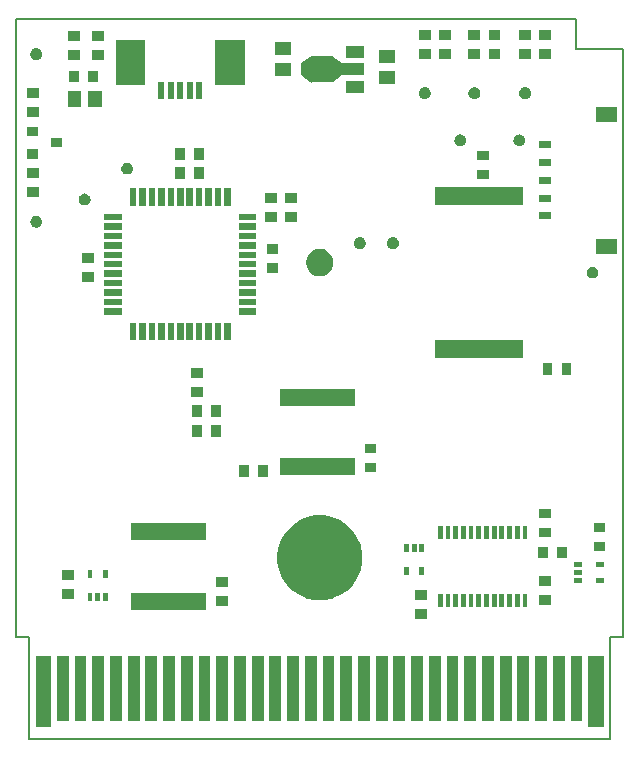
<source format=gbr>
G04 #@! TF.GenerationSoftware,KiCad,Pcbnew,5.0.2-bee76a0~70~ubuntu18.10.1*
G04 #@! TF.CreationDate,2019-01-06T00:11:33+02:00*
G04 #@! TF.ProjectId,GB-LIVE32,47422d4c-4956-4453-9332-2e6b69636164,v2.0*
G04 #@! TF.SameCoordinates,Original*
G04 #@! TF.FileFunction,Soldermask,Top*
G04 #@! TF.FilePolarity,Negative*
%FSLAX46Y46*%
G04 Gerber Fmt 4.6, Leading zero omitted, Abs format (unit mm)*
G04 Created by KiCad (PCBNEW 5.0.2-bee76a0~70~ubuntu18.10.1) date su  6. tammikuuta 2019 00.11.33*
%MOMM*%
%LPD*%
G01*
G04 APERTURE LIST*
%ADD10C,0.150000*%
%ADD11C,0.100000*%
G04 APERTURE END LIST*
D10*
X121700000Y-41600000D02*
X125700000Y-41600000D01*
X121700000Y-39000000D02*
X121700000Y-41600000D01*
X125700000Y-41600000D02*
X125700000Y-91400000D01*
X74300000Y-39000000D02*
X121700000Y-39000000D01*
X74300000Y-91400000D02*
X74300000Y-39000000D01*
X124600000Y-91400000D02*
X125700000Y-91400000D01*
X75400000Y-91400000D02*
X74300000Y-91400000D01*
X124600000Y-91400000D02*
X124600000Y-100000000D01*
X75400000Y-100000000D02*
X124600000Y-100000000D01*
X75400000Y-91400000D02*
X75400000Y-100000000D01*
D11*
G36*
X124050000Y-99000000D02*
X122750000Y-99000000D01*
X122750000Y-93000000D01*
X124050000Y-93000000D01*
X124050000Y-99000000D01*
X124050000Y-99000000D01*
G37*
G36*
X77250000Y-99000000D02*
X75950000Y-99000000D01*
X75950000Y-93000000D01*
X77250000Y-93000000D01*
X77250000Y-99000000D01*
X77250000Y-99000000D01*
G37*
G36*
X78750000Y-98500000D02*
X77750000Y-98500000D01*
X77750000Y-93000000D01*
X78750000Y-93000000D01*
X78750000Y-98500000D01*
X78750000Y-98500000D01*
G37*
G36*
X122250000Y-98500000D02*
X121250000Y-98500000D01*
X121250000Y-93000000D01*
X122250000Y-93000000D01*
X122250000Y-98500000D01*
X122250000Y-98500000D01*
G37*
G36*
X120750000Y-98500000D02*
X119750000Y-98500000D01*
X119750000Y-93000000D01*
X120750000Y-93000000D01*
X120750000Y-98500000D01*
X120750000Y-98500000D01*
G37*
G36*
X119250000Y-98500000D02*
X118250000Y-98500000D01*
X118250000Y-93000000D01*
X119250000Y-93000000D01*
X119250000Y-98500000D01*
X119250000Y-98500000D01*
G37*
G36*
X117750000Y-98500000D02*
X116750000Y-98500000D01*
X116750000Y-93000000D01*
X117750000Y-93000000D01*
X117750000Y-98500000D01*
X117750000Y-98500000D01*
G37*
G36*
X116250000Y-98500000D02*
X115250000Y-98500000D01*
X115250000Y-93000000D01*
X116250000Y-93000000D01*
X116250000Y-98500000D01*
X116250000Y-98500000D01*
G37*
G36*
X114750000Y-98500000D02*
X113750000Y-98500000D01*
X113750000Y-93000000D01*
X114750000Y-93000000D01*
X114750000Y-98500000D01*
X114750000Y-98500000D01*
G37*
G36*
X113250000Y-98500000D02*
X112250000Y-98500000D01*
X112250000Y-93000000D01*
X113250000Y-93000000D01*
X113250000Y-98500000D01*
X113250000Y-98500000D01*
G37*
G36*
X111750000Y-98500000D02*
X110750000Y-98500000D01*
X110750000Y-93000000D01*
X111750000Y-93000000D01*
X111750000Y-98500000D01*
X111750000Y-98500000D01*
G37*
G36*
X110250000Y-98500000D02*
X109250000Y-98500000D01*
X109250000Y-93000000D01*
X110250000Y-93000000D01*
X110250000Y-98500000D01*
X110250000Y-98500000D01*
G37*
G36*
X108750000Y-98500000D02*
X107750000Y-98500000D01*
X107750000Y-93000000D01*
X108750000Y-93000000D01*
X108750000Y-98500000D01*
X108750000Y-98500000D01*
G37*
G36*
X107250000Y-98500000D02*
X106250000Y-98500000D01*
X106250000Y-93000000D01*
X107250000Y-93000000D01*
X107250000Y-98500000D01*
X107250000Y-98500000D01*
G37*
G36*
X105750000Y-98500000D02*
X104750000Y-98500000D01*
X104750000Y-93000000D01*
X105750000Y-93000000D01*
X105750000Y-98500000D01*
X105750000Y-98500000D01*
G37*
G36*
X104250000Y-98500000D02*
X103250000Y-98500000D01*
X103250000Y-93000000D01*
X104250000Y-93000000D01*
X104250000Y-98500000D01*
X104250000Y-98500000D01*
G37*
G36*
X102750000Y-98500000D02*
X101750000Y-98500000D01*
X101750000Y-93000000D01*
X102750000Y-93000000D01*
X102750000Y-98500000D01*
X102750000Y-98500000D01*
G37*
G36*
X87750000Y-98500000D02*
X86750000Y-98500000D01*
X86750000Y-93000000D01*
X87750000Y-93000000D01*
X87750000Y-98500000D01*
X87750000Y-98500000D01*
G37*
G36*
X101250000Y-98500000D02*
X100250000Y-98500000D01*
X100250000Y-93000000D01*
X101250000Y-93000000D01*
X101250000Y-98500000D01*
X101250000Y-98500000D01*
G37*
G36*
X99750000Y-98500000D02*
X98750000Y-98500000D01*
X98750000Y-93000000D01*
X99750000Y-93000000D01*
X99750000Y-98500000D01*
X99750000Y-98500000D01*
G37*
G36*
X98250000Y-98500000D02*
X97250000Y-98500000D01*
X97250000Y-93000000D01*
X98250000Y-93000000D01*
X98250000Y-98500000D01*
X98250000Y-98500000D01*
G37*
G36*
X96750000Y-98500000D02*
X95750000Y-98500000D01*
X95750000Y-93000000D01*
X96750000Y-93000000D01*
X96750000Y-98500000D01*
X96750000Y-98500000D01*
G37*
G36*
X95250000Y-98500000D02*
X94250000Y-98500000D01*
X94250000Y-93000000D01*
X95250000Y-93000000D01*
X95250000Y-98500000D01*
X95250000Y-98500000D01*
G37*
G36*
X93750000Y-98500000D02*
X92750000Y-98500000D01*
X92750000Y-93000000D01*
X93750000Y-93000000D01*
X93750000Y-98500000D01*
X93750000Y-98500000D01*
G37*
G36*
X92250000Y-98500000D02*
X91250000Y-98500000D01*
X91250000Y-93000000D01*
X92250000Y-93000000D01*
X92250000Y-98500000D01*
X92250000Y-98500000D01*
G37*
G36*
X90750000Y-98500000D02*
X89750000Y-98500000D01*
X89750000Y-93000000D01*
X90750000Y-93000000D01*
X90750000Y-98500000D01*
X90750000Y-98500000D01*
G37*
G36*
X89250000Y-98500000D02*
X88250000Y-98500000D01*
X88250000Y-93000000D01*
X89250000Y-93000000D01*
X89250000Y-98500000D01*
X89250000Y-98500000D01*
G37*
G36*
X86250000Y-98500000D02*
X85250000Y-98500000D01*
X85250000Y-93000000D01*
X86250000Y-93000000D01*
X86250000Y-98500000D01*
X86250000Y-98500000D01*
G37*
G36*
X84750000Y-98500000D02*
X83750000Y-98500000D01*
X83750000Y-93000000D01*
X84750000Y-93000000D01*
X84750000Y-98500000D01*
X84750000Y-98500000D01*
G37*
G36*
X83250000Y-98500000D02*
X82250000Y-98500000D01*
X82250000Y-93000000D01*
X83250000Y-93000000D01*
X83250000Y-98500000D01*
X83250000Y-98500000D01*
G37*
G36*
X81750000Y-98500000D02*
X80750000Y-98500000D01*
X80750000Y-93000000D01*
X81750000Y-93000000D01*
X81750000Y-98500000D01*
X81750000Y-98500000D01*
G37*
G36*
X80250000Y-98500000D02*
X79250000Y-98500000D01*
X79250000Y-93000000D01*
X80250000Y-93000000D01*
X80250000Y-98500000D01*
X80250000Y-98500000D01*
G37*
G36*
X109100000Y-89810000D02*
X108100000Y-89810000D01*
X108100000Y-88990000D01*
X109100000Y-88990000D01*
X109100000Y-89810000D01*
X109100000Y-89810000D01*
G37*
G36*
X90350000Y-89075000D02*
X84050000Y-89075000D01*
X84050000Y-87625000D01*
X90350000Y-87625000D01*
X90350000Y-89075000D01*
X90350000Y-89075000D01*
G37*
G36*
X110425000Y-88800000D02*
X110025000Y-88800000D01*
X110025000Y-87700000D01*
X110425000Y-87700000D01*
X110425000Y-88800000D01*
X110425000Y-88800000D01*
G37*
G36*
X111075000Y-88800000D02*
X110675000Y-88800000D01*
X110675000Y-87700000D01*
X111075000Y-87700000D01*
X111075000Y-88800000D01*
X111075000Y-88800000D01*
G37*
G36*
X116925000Y-88800000D02*
X116525000Y-88800000D01*
X116525000Y-87700000D01*
X116925000Y-87700000D01*
X116925000Y-88800000D01*
X116925000Y-88800000D01*
G37*
G36*
X111725000Y-88800000D02*
X111325000Y-88800000D01*
X111325000Y-87700000D01*
X111725000Y-87700000D01*
X111725000Y-88800000D01*
X111725000Y-88800000D01*
G37*
G36*
X112375000Y-88800000D02*
X111975000Y-88800000D01*
X111975000Y-87700000D01*
X112375000Y-87700000D01*
X112375000Y-88800000D01*
X112375000Y-88800000D01*
G37*
G36*
X113025000Y-88800000D02*
X112625000Y-88800000D01*
X112625000Y-87700000D01*
X113025000Y-87700000D01*
X113025000Y-88800000D01*
X113025000Y-88800000D01*
G37*
G36*
X113675000Y-88800000D02*
X113275000Y-88800000D01*
X113275000Y-87700000D01*
X113675000Y-87700000D01*
X113675000Y-88800000D01*
X113675000Y-88800000D01*
G37*
G36*
X114325000Y-88800000D02*
X113925000Y-88800000D01*
X113925000Y-87700000D01*
X114325000Y-87700000D01*
X114325000Y-88800000D01*
X114325000Y-88800000D01*
G37*
G36*
X114975000Y-88800000D02*
X114575000Y-88800000D01*
X114575000Y-87700000D01*
X114975000Y-87700000D01*
X114975000Y-88800000D01*
X114975000Y-88800000D01*
G37*
G36*
X117575000Y-88800000D02*
X117175000Y-88800000D01*
X117175000Y-87700000D01*
X117575000Y-87700000D01*
X117575000Y-88800000D01*
X117575000Y-88800000D01*
G37*
G36*
X116275000Y-88800000D02*
X115875000Y-88800000D01*
X115875000Y-87700000D01*
X116275000Y-87700000D01*
X116275000Y-88800000D01*
X116275000Y-88800000D01*
G37*
G36*
X115625000Y-88800000D02*
X115225000Y-88800000D01*
X115225000Y-87700000D01*
X115625000Y-87700000D01*
X115625000Y-88800000D01*
X115625000Y-88800000D01*
G37*
G36*
X92200000Y-88710000D02*
X91200000Y-88710000D01*
X91200000Y-87890000D01*
X92200000Y-87890000D01*
X92200000Y-88710000D01*
X92200000Y-88710000D01*
G37*
G36*
X119600000Y-88610000D02*
X118600000Y-88610000D01*
X118600000Y-87790000D01*
X119600000Y-87790000D01*
X119600000Y-88610000D01*
X119600000Y-88610000D01*
G37*
G36*
X82050000Y-88275000D02*
X81650000Y-88275000D01*
X81650000Y-87625000D01*
X82050000Y-87625000D01*
X82050000Y-88275000D01*
X82050000Y-88275000D01*
G37*
G36*
X81400000Y-88275000D02*
X81000000Y-88275000D01*
X81000000Y-87625000D01*
X81400000Y-87625000D01*
X81400000Y-88275000D01*
X81400000Y-88275000D01*
G37*
G36*
X80750000Y-88275000D02*
X80350000Y-88275000D01*
X80350000Y-87625000D01*
X80750000Y-87625000D01*
X80750000Y-88275000D01*
X80750000Y-88275000D01*
G37*
G36*
X101050081Y-81188346D02*
X101050083Y-81188347D01*
X101050084Y-81188347D01*
X101292095Y-81288591D01*
X101705240Y-81459721D01*
X102294866Y-81853697D01*
X102796303Y-82355134D01*
X103190279Y-82944760D01*
X103461654Y-83599919D01*
X103600000Y-84295431D01*
X103600000Y-85004569D01*
X103461654Y-85700081D01*
X103190279Y-86355240D01*
X102796303Y-86944866D01*
X102294866Y-87446303D01*
X101705240Y-87840279D01*
X101292095Y-88011409D01*
X101050084Y-88111653D01*
X101050083Y-88111653D01*
X101050081Y-88111654D01*
X100354569Y-88250000D01*
X99645431Y-88250000D01*
X98949919Y-88111654D01*
X98949917Y-88111653D01*
X98949916Y-88111653D01*
X98707905Y-88011409D01*
X98294760Y-87840279D01*
X97705134Y-87446303D01*
X97203697Y-86944866D01*
X96809721Y-86355240D01*
X96538346Y-85700081D01*
X96400000Y-85004569D01*
X96400000Y-84295431D01*
X96538346Y-83599919D01*
X96809721Y-82944760D01*
X97203697Y-82355134D01*
X97705134Y-81853697D01*
X98294760Y-81459721D01*
X98707905Y-81288591D01*
X98949916Y-81188347D01*
X98949917Y-81188347D01*
X98949919Y-81188346D01*
X99645431Y-81050000D01*
X100354569Y-81050000D01*
X101050081Y-81188346D01*
X101050081Y-81188346D01*
G37*
G36*
X109100000Y-88210000D02*
X108100000Y-88210000D01*
X108100000Y-87390000D01*
X109100000Y-87390000D01*
X109100000Y-88210000D01*
X109100000Y-88210000D01*
G37*
G36*
X79200000Y-88110000D02*
X78200000Y-88110000D01*
X78200000Y-87290000D01*
X79200000Y-87290000D01*
X79200000Y-88110000D01*
X79200000Y-88110000D01*
G37*
G36*
X92200000Y-87110000D02*
X91200000Y-87110000D01*
X91200000Y-86290000D01*
X92200000Y-86290000D01*
X92200000Y-87110000D01*
X92200000Y-87110000D01*
G37*
G36*
X119600000Y-87010000D02*
X118600000Y-87010000D01*
X118600000Y-86190000D01*
X119600000Y-86190000D01*
X119600000Y-87010000D01*
X119600000Y-87010000D01*
G37*
G36*
X124075000Y-86750000D02*
X123425000Y-86750000D01*
X123425000Y-86350000D01*
X124075000Y-86350000D01*
X124075000Y-86750000D01*
X124075000Y-86750000D01*
G37*
G36*
X122175000Y-86750000D02*
X121525000Y-86750000D01*
X121525000Y-86350000D01*
X122175000Y-86350000D01*
X122175000Y-86750000D01*
X122175000Y-86750000D01*
G37*
G36*
X79200000Y-86510000D02*
X78200000Y-86510000D01*
X78200000Y-85690000D01*
X79200000Y-85690000D01*
X79200000Y-86510000D01*
X79200000Y-86510000D01*
G37*
G36*
X80750000Y-86375000D02*
X80350000Y-86375000D01*
X80350000Y-85725000D01*
X80750000Y-85725000D01*
X80750000Y-86375000D01*
X80750000Y-86375000D01*
G37*
G36*
X82050000Y-86375000D02*
X81650000Y-86375000D01*
X81650000Y-85725000D01*
X82050000Y-85725000D01*
X82050000Y-86375000D01*
X82050000Y-86375000D01*
G37*
G36*
X122175000Y-86100000D02*
X121525000Y-86100000D01*
X121525000Y-85700000D01*
X122175000Y-85700000D01*
X122175000Y-86100000D01*
X122175000Y-86100000D01*
G37*
G36*
X108850000Y-86075000D02*
X108450000Y-86075000D01*
X108450000Y-85425000D01*
X108850000Y-85425000D01*
X108850000Y-86075000D01*
X108850000Y-86075000D01*
G37*
G36*
X107550000Y-86075000D02*
X107150000Y-86075000D01*
X107150000Y-85425000D01*
X107550000Y-85425000D01*
X107550000Y-86075000D01*
X107550000Y-86075000D01*
G37*
G36*
X122175000Y-85450000D02*
X121525000Y-85450000D01*
X121525000Y-85050000D01*
X122175000Y-85050000D01*
X122175000Y-85450000D01*
X122175000Y-85450000D01*
G37*
G36*
X124075000Y-85450000D02*
X123425000Y-85450000D01*
X123425000Y-85050000D01*
X124075000Y-85050000D01*
X124075000Y-85450000D01*
X124075000Y-85450000D01*
G37*
G36*
X119310000Y-84700000D02*
X118490000Y-84700000D01*
X118490000Y-83700000D01*
X119310000Y-83700000D01*
X119310000Y-84700000D01*
X119310000Y-84700000D01*
G37*
G36*
X120910000Y-84700000D02*
X120090000Y-84700000D01*
X120090000Y-83700000D01*
X120910000Y-83700000D01*
X120910000Y-84700000D01*
X120910000Y-84700000D01*
G37*
G36*
X108850000Y-84175000D02*
X108450000Y-84175000D01*
X108450000Y-83525000D01*
X108850000Y-83525000D01*
X108850000Y-84175000D01*
X108850000Y-84175000D01*
G37*
G36*
X107550000Y-84175000D02*
X107150000Y-84175000D01*
X107150000Y-83525000D01*
X107550000Y-83525000D01*
X107550000Y-84175000D01*
X107550000Y-84175000D01*
G37*
G36*
X108200000Y-84175000D02*
X107800000Y-84175000D01*
X107800000Y-83525000D01*
X108200000Y-83525000D01*
X108200000Y-84175000D01*
X108200000Y-84175000D01*
G37*
G36*
X124200000Y-84110000D02*
X123200000Y-84110000D01*
X123200000Y-83290000D01*
X124200000Y-83290000D01*
X124200000Y-84110000D01*
X124200000Y-84110000D01*
G37*
G36*
X90350000Y-83175000D02*
X84050000Y-83175000D01*
X84050000Y-81725000D01*
X90350000Y-81725000D01*
X90350000Y-83175000D01*
X90350000Y-83175000D01*
G37*
G36*
X115625000Y-83100000D02*
X115225000Y-83100000D01*
X115225000Y-82000000D01*
X115625000Y-82000000D01*
X115625000Y-83100000D01*
X115625000Y-83100000D01*
G37*
G36*
X117575000Y-83100000D02*
X117175000Y-83100000D01*
X117175000Y-82000000D01*
X117575000Y-82000000D01*
X117575000Y-83100000D01*
X117575000Y-83100000D01*
G37*
G36*
X116925000Y-83100000D02*
X116525000Y-83100000D01*
X116525000Y-82000000D01*
X116925000Y-82000000D01*
X116925000Y-83100000D01*
X116925000Y-83100000D01*
G37*
G36*
X116275000Y-83100000D02*
X115875000Y-83100000D01*
X115875000Y-82000000D01*
X116275000Y-82000000D01*
X116275000Y-83100000D01*
X116275000Y-83100000D01*
G37*
G36*
X113675000Y-83100000D02*
X113275000Y-83100000D01*
X113275000Y-82000000D01*
X113675000Y-82000000D01*
X113675000Y-83100000D01*
X113675000Y-83100000D01*
G37*
G36*
X113025000Y-83100000D02*
X112625000Y-83100000D01*
X112625000Y-82000000D01*
X113025000Y-82000000D01*
X113025000Y-83100000D01*
X113025000Y-83100000D01*
G37*
G36*
X111725000Y-83100000D02*
X111325000Y-83100000D01*
X111325000Y-82000000D01*
X111725000Y-82000000D01*
X111725000Y-83100000D01*
X111725000Y-83100000D01*
G37*
G36*
X111075000Y-83100000D02*
X110675000Y-83100000D01*
X110675000Y-82000000D01*
X111075000Y-82000000D01*
X111075000Y-83100000D01*
X111075000Y-83100000D01*
G37*
G36*
X110425000Y-83100000D02*
X110025000Y-83100000D01*
X110025000Y-82000000D01*
X110425000Y-82000000D01*
X110425000Y-83100000D01*
X110425000Y-83100000D01*
G37*
G36*
X114325000Y-83100000D02*
X113925000Y-83100000D01*
X113925000Y-82000000D01*
X114325000Y-82000000D01*
X114325000Y-83100000D01*
X114325000Y-83100000D01*
G37*
G36*
X114975000Y-83100000D02*
X114575000Y-83100000D01*
X114575000Y-82000000D01*
X114975000Y-82000000D01*
X114975000Y-83100000D01*
X114975000Y-83100000D01*
G37*
G36*
X112375000Y-83100000D02*
X111975000Y-83100000D01*
X111975000Y-82000000D01*
X112375000Y-82000000D01*
X112375000Y-83100000D01*
X112375000Y-83100000D01*
G37*
G36*
X119600000Y-82910000D02*
X118600000Y-82910000D01*
X118600000Y-82090000D01*
X119600000Y-82090000D01*
X119600000Y-82910000D01*
X119600000Y-82910000D01*
G37*
G36*
X124200000Y-82510000D02*
X123200000Y-82510000D01*
X123200000Y-81690000D01*
X124200000Y-81690000D01*
X124200000Y-82510000D01*
X124200000Y-82510000D01*
G37*
G36*
X119600000Y-81310000D02*
X118600000Y-81310000D01*
X118600000Y-80490000D01*
X119600000Y-80490000D01*
X119600000Y-81310000D01*
X119600000Y-81310000D01*
G37*
G36*
X95610000Y-77800000D02*
X94790000Y-77800000D01*
X94790000Y-76800000D01*
X95610000Y-76800000D01*
X95610000Y-77800000D01*
X95610000Y-77800000D01*
G37*
G36*
X94010000Y-77800000D02*
X93190000Y-77800000D01*
X93190000Y-76800000D01*
X94010000Y-76800000D01*
X94010000Y-77800000D01*
X94010000Y-77800000D01*
G37*
G36*
X102950000Y-77675000D02*
X96650000Y-77675000D01*
X96650000Y-76225000D01*
X102950000Y-76225000D01*
X102950000Y-77675000D01*
X102950000Y-77675000D01*
G37*
G36*
X104800000Y-77410000D02*
X103800000Y-77410000D01*
X103800000Y-76590000D01*
X104800000Y-76590000D01*
X104800000Y-77410000D01*
X104800000Y-77410000D01*
G37*
G36*
X104800000Y-75810000D02*
X103800000Y-75810000D01*
X103800000Y-74990000D01*
X104800000Y-74990000D01*
X104800000Y-75810000D01*
X104800000Y-75810000D01*
G37*
G36*
X90010000Y-74400000D02*
X89190000Y-74400000D01*
X89190000Y-73400000D01*
X90010000Y-73400000D01*
X90010000Y-74400000D01*
X90010000Y-74400000D01*
G37*
G36*
X91610000Y-74400000D02*
X90790000Y-74400000D01*
X90790000Y-73400000D01*
X91610000Y-73400000D01*
X91610000Y-74400000D01*
X91610000Y-74400000D01*
G37*
G36*
X90010000Y-72700000D02*
X89190000Y-72700000D01*
X89190000Y-71700000D01*
X90010000Y-71700000D01*
X90010000Y-72700000D01*
X90010000Y-72700000D01*
G37*
G36*
X91610000Y-72700000D02*
X90790000Y-72700000D01*
X90790000Y-71700000D01*
X91610000Y-71700000D01*
X91610000Y-72700000D01*
X91610000Y-72700000D01*
G37*
G36*
X102950000Y-71775000D02*
X96650000Y-71775000D01*
X96650000Y-70325000D01*
X102950000Y-70325000D01*
X102950000Y-71775000D01*
X102950000Y-71775000D01*
G37*
G36*
X90100000Y-71010000D02*
X89100000Y-71010000D01*
X89100000Y-70190000D01*
X90100000Y-70190000D01*
X90100000Y-71010000D01*
X90100000Y-71010000D01*
G37*
G36*
X90100000Y-69410000D02*
X89100000Y-69410000D01*
X89100000Y-68590000D01*
X90100000Y-68590000D01*
X90100000Y-69410000D01*
X90100000Y-69410000D01*
G37*
G36*
X119710000Y-69200000D02*
X118890000Y-69200000D01*
X118890000Y-68200000D01*
X119710000Y-68200000D01*
X119710000Y-69200000D01*
X119710000Y-69200000D01*
G37*
G36*
X121310000Y-69200000D02*
X120490000Y-69200000D01*
X120490000Y-68200000D01*
X121310000Y-68200000D01*
X121310000Y-69200000D01*
X121310000Y-69200000D01*
G37*
G36*
X117250000Y-67700000D02*
X109750000Y-67700000D01*
X109750000Y-66200000D01*
X117250000Y-66200000D01*
X117250000Y-67700000D01*
X117250000Y-67700000D01*
G37*
G36*
X92475000Y-66250000D02*
X91925000Y-66250000D01*
X91925000Y-64750000D01*
X92475000Y-64750000D01*
X92475000Y-66250000D01*
X92475000Y-66250000D01*
G37*
G36*
X91675000Y-66250000D02*
X91125000Y-66250000D01*
X91125000Y-64750000D01*
X91675000Y-64750000D01*
X91675000Y-66250000D01*
X91675000Y-66250000D01*
G37*
G36*
X90875000Y-66250000D02*
X90325000Y-66250000D01*
X90325000Y-64750000D01*
X90875000Y-64750000D01*
X90875000Y-66250000D01*
X90875000Y-66250000D01*
G37*
G36*
X90075000Y-66250000D02*
X89525000Y-66250000D01*
X89525000Y-64750000D01*
X90075000Y-64750000D01*
X90075000Y-66250000D01*
X90075000Y-66250000D01*
G37*
G36*
X89275000Y-66250000D02*
X88725000Y-66250000D01*
X88725000Y-64750000D01*
X89275000Y-64750000D01*
X89275000Y-66250000D01*
X89275000Y-66250000D01*
G37*
G36*
X84475000Y-66250000D02*
X83925000Y-66250000D01*
X83925000Y-64750000D01*
X84475000Y-64750000D01*
X84475000Y-66250000D01*
X84475000Y-66250000D01*
G37*
G36*
X88475000Y-66250000D02*
X87925000Y-66250000D01*
X87925000Y-64750000D01*
X88475000Y-64750000D01*
X88475000Y-66250000D01*
X88475000Y-66250000D01*
G37*
G36*
X87675000Y-66250000D02*
X87125000Y-66250000D01*
X87125000Y-64750000D01*
X87675000Y-64750000D01*
X87675000Y-66250000D01*
X87675000Y-66250000D01*
G37*
G36*
X86875000Y-66250000D02*
X86325000Y-66250000D01*
X86325000Y-64750000D01*
X86875000Y-64750000D01*
X86875000Y-66250000D01*
X86875000Y-66250000D01*
G37*
G36*
X85275000Y-66250000D02*
X84725000Y-66250000D01*
X84725000Y-64750000D01*
X85275000Y-64750000D01*
X85275000Y-66250000D01*
X85275000Y-66250000D01*
G37*
G36*
X86075000Y-66250000D02*
X85525000Y-66250000D01*
X85525000Y-64750000D01*
X86075000Y-64750000D01*
X86075000Y-66250000D01*
X86075000Y-66250000D01*
G37*
G36*
X83250000Y-64075000D02*
X81750000Y-64075000D01*
X81750000Y-63525000D01*
X83250000Y-63525000D01*
X83250000Y-64075000D01*
X83250000Y-64075000D01*
G37*
G36*
X94650000Y-64075000D02*
X93150000Y-64075000D01*
X93150000Y-63525000D01*
X94650000Y-63525000D01*
X94650000Y-64075000D01*
X94650000Y-64075000D01*
G37*
G36*
X94650000Y-63275000D02*
X93150000Y-63275000D01*
X93150000Y-62725000D01*
X94650000Y-62725000D01*
X94650000Y-63275000D01*
X94650000Y-63275000D01*
G37*
G36*
X83250000Y-63275000D02*
X81750000Y-63275000D01*
X81750000Y-62725000D01*
X83250000Y-62725000D01*
X83250000Y-63275000D01*
X83250000Y-63275000D01*
G37*
G36*
X83250000Y-62475000D02*
X81750000Y-62475000D01*
X81750000Y-61925000D01*
X83250000Y-61925000D01*
X83250000Y-62475000D01*
X83250000Y-62475000D01*
G37*
G36*
X94650000Y-62475000D02*
X93150000Y-62475000D01*
X93150000Y-61925000D01*
X94650000Y-61925000D01*
X94650000Y-62475000D01*
X94650000Y-62475000D01*
G37*
G36*
X83250000Y-61675000D02*
X81750000Y-61675000D01*
X81750000Y-61125000D01*
X83250000Y-61125000D01*
X83250000Y-61675000D01*
X83250000Y-61675000D01*
G37*
G36*
X94650000Y-61675000D02*
X93150000Y-61675000D01*
X93150000Y-61125000D01*
X94650000Y-61125000D01*
X94650000Y-61675000D01*
X94650000Y-61675000D01*
G37*
G36*
X80900000Y-61310000D02*
X79900000Y-61310000D01*
X79900000Y-60490000D01*
X80900000Y-60490000D01*
X80900000Y-61310000D01*
X80900000Y-61310000D01*
G37*
G36*
X123245843Y-60019214D02*
X123336839Y-60056906D01*
X123418730Y-60111624D01*
X123488376Y-60181270D01*
X123543094Y-60263161D01*
X123580786Y-60354157D01*
X123600000Y-60450752D01*
X123600000Y-60549248D01*
X123580786Y-60645843D01*
X123543094Y-60736839D01*
X123488376Y-60818730D01*
X123418730Y-60888376D01*
X123336839Y-60943094D01*
X123245843Y-60980786D01*
X123149248Y-61000000D01*
X123050752Y-61000000D01*
X122954157Y-60980786D01*
X122863161Y-60943094D01*
X122781270Y-60888376D01*
X122711624Y-60818730D01*
X122656906Y-60736839D01*
X122619214Y-60645843D01*
X122600000Y-60549248D01*
X122600000Y-60450752D01*
X122619214Y-60354157D01*
X122656906Y-60263161D01*
X122711624Y-60181270D01*
X122781270Y-60111624D01*
X122863161Y-60056906D01*
X122954157Y-60019214D01*
X123050752Y-60000000D01*
X123149248Y-60000000D01*
X123245843Y-60019214D01*
X123245843Y-60019214D01*
G37*
G36*
X83250000Y-60875000D02*
X81750000Y-60875000D01*
X81750000Y-60325000D01*
X83250000Y-60325000D01*
X83250000Y-60875000D01*
X83250000Y-60875000D01*
G37*
G36*
X94650000Y-60875000D02*
X93150000Y-60875000D01*
X93150000Y-60325000D01*
X94650000Y-60325000D01*
X94650000Y-60875000D01*
X94650000Y-60875000D01*
G37*
G36*
X100335443Y-58544194D02*
X100544729Y-58630884D01*
X100733082Y-58756737D01*
X100893263Y-58916918D01*
X101019116Y-59105271D01*
X101105806Y-59314557D01*
X101150000Y-59536735D01*
X101150000Y-59763265D01*
X101105806Y-59985443D01*
X101019116Y-60194729D01*
X100893263Y-60383082D01*
X100733082Y-60543263D01*
X100544729Y-60669116D01*
X100335443Y-60755806D01*
X100113265Y-60800000D01*
X99886735Y-60800000D01*
X99664557Y-60755806D01*
X99455271Y-60669116D01*
X99266918Y-60543263D01*
X99106737Y-60383082D01*
X98980884Y-60194729D01*
X98894194Y-59985443D01*
X98850000Y-59763265D01*
X98850000Y-59536735D01*
X98894194Y-59314557D01*
X98980884Y-59105271D01*
X99106737Y-58916918D01*
X99266918Y-58756737D01*
X99455271Y-58630884D01*
X99664557Y-58544194D01*
X99886735Y-58500000D01*
X100113265Y-58500000D01*
X100335443Y-58544194D01*
X100335443Y-58544194D01*
G37*
G36*
X96500000Y-60510000D02*
X95500000Y-60510000D01*
X95500000Y-59690000D01*
X96500000Y-59690000D01*
X96500000Y-60510000D01*
X96500000Y-60510000D01*
G37*
G36*
X94650000Y-60075000D02*
X93150000Y-60075000D01*
X93150000Y-59525000D01*
X94650000Y-59525000D01*
X94650000Y-60075000D01*
X94650000Y-60075000D01*
G37*
G36*
X83250000Y-60075000D02*
X81750000Y-60075000D01*
X81750000Y-59525000D01*
X83250000Y-59525000D01*
X83250000Y-60075000D01*
X83250000Y-60075000D01*
G37*
G36*
X80900000Y-59710000D02*
X79900000Y-59710000D01*
X79900000Y-58890000D01*
X80900000Y-58890000D01*
X80900000Y-59710000D01*
X80900000Y-59710000D01*
G37*
G36*
X83250000Y-59275000D02*
X81750000Y-59275000D01*
X81750000Y-58725000D01*
X83250000Y-58725000D01*
X83250000Y-59275000D01*
X83250000Y-59275000D01*
G37*
G36*
X94650000Y-59275000D02*
X93150000Y-59275000D01*
X93150000Y-58725000D01*
X94650000Y-58725000D01*
X94650000Y-59275000D01*
X94650000Y-59275000D01*
G37*
G36*
X125195000Y-58930000D02*
X123395000Y-58930000D01*
X123395000Y-57680000D01*
X125195000Y-57680000D01*
X125195000Y-58930000D01*
X125195000Y-58930000D01*
G37*
G36*
X96500000Y-58910000D02*
X95500000Y-58910000D01*
X95500000Y-58090000D01*
X96500000Y-58090000D01*
X96500000Y-58910000D01*
X96500000Y-58910000D01*
G37*
G36*
X103545843Y-57519214D02*
X103636839Y-57556906D01*
X103718730Y-57611624D01*
X103788376Y-57681270D01*
X103843094Y-57763161D01*
X103880786Y-57854157D01*
X103900000Y-57950752D01*
X103900000Y-58049248D01*
X103880786Y-58145843D01*
X103843094Y-58236839D01*
X103788376Y-58318730D01*
X103718730Y-58388376D01*
X103636839Y-58443094D01*
X103545843Y-58480786D01*
X103449248Y-58500000D01*
X103350752Y-58500000D01*
X103254157Y-58480786D01*
X103163161Y-58443094D01*
X103081270Y-58388376D01*
X103011624Y-58318730D01*
X102956906Y-58236839D01*
X102919214Y-58145843D01*
X102900000Y-58049248D01*
X102900000Y-57950752D01*
X102919214Y-57854157D01*
X102956906Y-57763161D01*
X103011624Y-57681270D01*
X103081270Y-57611624D01*
X103163161Y-57556906D01*
X103254157Y-57519214D01*
X103350752Y-57500000D01*
X103449248Y-57500000D01*
X103545843Y-57519214D01*
X103545843Y-57519214D01*
G37*
G36*
X106345843Y-57519214D02*
X106436839Y-57556906D01*
X106518730Y-57611624D01*
X106588376Y-57681270D01*
X106643094Y-57763161D01*
X106680786Y-57854157D01*
X106700000Y-57950752D01*
X106700000Y-58049248D01*
X106680786Y-58145843D01*
X106643094Y-58236839D01*
X106588376Y-58318730D01*
X106518730Y-58388376D01*
X106436839Y-58443094D01*
X106345843Y-58480786D01*
X106249248Y-58500000D01*
X106150752Y-58500000D01*
X106054157Y-58480786D01*
X105963161Y-58443094D01*
X105881270Y-58388376D01*
X105811624Y-58318730D01*
X105756906Y-58236839D01*
X105719214Y-58145843D01*
X105700000Y-58049248D01*
X105700000Y-57950752D01*
X105719214Y-57854157D01*
X105756906Y-57763161D01*
X105811624Y-57681270D01*
X105881270Y-57611624D01*
X105963161Y-57556906D01*
X106054157Y-57519214D01*
X106150752Y-57500000D01*
X106249248Y-57500000D01*
X106345843Y-57519214D01*
X106345843Y-57519214D01*
G37*
G36*
X94650000Y-58475000D02*
X93150000Y-58475000D01*
X93150000Y-57925000D01*
X94650000Y-57925000D01*
X94650000Y-58475000D01*
X94650000Y-58475000D01*
G37*
G36*
X83250000Y-58475000D02*
X81750000Y-58475000D01*
X81750000Y-57925000D01*
X83250000Y-57925000D01*
X83250000Y-58475000D01*
X83250000Y-58475000D01*
G37*
G36*
X83250000Y-57675000D02*
X81750000Y-57675000D01*
X81750000Y-57125000D01*
X83250000Y-57125000D01*
X83250000Y-57675000D01*
X83250000Y-57675000D01*
G37*
G36*
X94650000Y-57675000D02*
X93150000Y-57675000D01*
X93150000Y-57125000D01*
X94650000Y-57125000D01*
X94650000Y-57675000D01*
X94650000Y-57675000D01*
G37*
G36*
X83250000Y-56875000D02*
X81750000Y-56875000D01*
X81750000Y-56325000D01*
X83250000Y-56325000D01*
X83250000Y-56875000D01*
X83250000Y-56875000D01*
G37*
G36*
X94650000Y-56875000D02*
X93150000Y-56875000D01*
X93150000Y-56325000D01*
X94650000Y-56325000D01*
X94650000Y-56875000D01*
X94650000Y-56875000D01*
G37*
G36*
X76145843Y-55719214D02*
X76236839Y-55756906D01*
X76318730Y-55811624D01*
X76388376Y-55881270D01*
X76443094Y-55963161D01*
X76480786Y-56054157D01*
X76500000Y-56150752D01*
X76500000Y-56249248D01*
X76480786Y-56345843D01*
X76443094Y-56436839D01*
X76388376Y-56518730D01*
X76318730Y-56588376D01*
X76236839Y-56643094D01*
X76145843Y-56680786D01*
X76049248Y-56700000D01*
X75950752Y-56700000D01*
X75854157Y-56680786D01*
X75763161Y-56643094D01*
X75681270Y-56588376D01*
X75611624Y-56518730D01*
X75556906Y-56436839D01*
X75519214Y-56345843D01*
X75500000Y-56249248D01*
X75500000Y-56150752D01*
X75519214Y-56054157D01*
X75556906Y-55963161D01*
X75611624Y-55881270D01*
X75681270Y-55811624D01*
X75763161Y-55756906D01*
X75854157Y-55719214D01*
X75950752Y-55700000D01*
X76049248Y-55700000D01*
X76145843Y-55719214D01*
X76145843Y-55719214D01*
G37*
G36*
X98100000Y-56210000D02*
X97100000Y-56210000D01*
X97100000Y-55390000D01*
X98100000Y-55390000D01*
X98100000Y-56210000D01*
X98100000Y-56210000D01*
G37*
G36*
X96400000Y-56210000D02*
X95400000Y-56210000D01*
X95400000Y-55390000D01*
X96400000Y-55390000D01*
X96400000Y-56210000D01*
X96400000Y-56210000D01*
G37*
G36*
X94650000Y-56075000D02*
X93150000Y-56075000D01*
X93150000Y-55525000D01*
X94650000Y-55525000D01*
X94650000Y-56075000D01*
X94650000Y-56075000D01*
G37*
G36*
X83250000Y-56075000D02*
X81750000Y-56075000D01*
X81750000Y-55525000D01*
X83250000Y-55525000D01*
X83250000Y-56075000D01*
X83250000Y-56075000D01*
G37*
G36*
X119605000Y-56000000D02*
X118605000Y-56000000D01*
X118605000Y-55400000D01*
X119605000Y-55400000D01*
X119605000Y-56000000D01*
X119605000Y-56000000D01*
G37*
G36*
X85275000Y-54850000D02*
X84725000Y-54850000D01*
X84725000Y-53350000D01*
X85275000Y-53350000D01*
X85275000Y-54850000D01*
X85275000Y-54850000D01*
G37*
G36*
X92475000Y-54850000D02*
X91925000Y-54850000D01*
X91925000Y-53350000D01*
X92475000Y-53350000D01*
X92475000Y-54850000D01*
X92475000Y-54850000D01*
G37*
G36*
X91675000Y-54850000D02*
X91125000Y-54850000D01*
X91125000Y-53350000D01*
X91675000Y-53350000D01*
X91675000Y-54850000D01*
X91675000Y-54850000D01*
G37*
G36*
X90875000Y-54850000D02*
X90325000Y-54850000D01*
X90325000Y-53350000D01*
X90875000Y-53350000D01*
X90875000Y-54850000D01*
X90875000Y-54850000D01*
G37*
G36*
X90075000Y-54850000D02*
X89525000Y-54850000D01*
X89525000Y-53350000D01*
X90075000Y-53350000D01*
X90075000Y-54850000D01*
X90075000Y-54850000D01*
G37*
G36*
X89275000Y-54850000D02*
X88725000Y-54850000D01*
X88725000Y-53350000D01*
X89275000Y-53350000D01*
X89275000Y-54850000D01*
X89275000Y-54850000D01*
G37*
G36*
X88475000Y-54850000D02*
X87925000Y-54850000D01*
X87925000Y-53350000D01*
X88475000Y-53350000D01*
X88475000Y-54850000D01*
X88475000Y-54850000D01*
G37*
G36*
X86075000Y-54850000D02*
X85525000Y-54850000D01*
X85525000Y-53350000D01*
X86075000Y-53350000D01*
X86075000Y-54850000D01*
X86075000Y-54850000D01*
G37*
G36*
X86875000Y-54850000D02*
X86325000Y-54850000D01*
X86325000Y-53350000D01*
X86875000Y-53350000D01*
X86875000Y-54850000D01*
X86875000Y-54850000D01*
G37*
G36*
X87675000Y-54850000D02*
X87125000Y-54850000D01*
X87125000Y-53350000D01*
X87675000Y-53350000D01*
X87675000Y-54850000D01*
X87675000Y-54850000D01*
G37*
G36*
X84475000Y-54850000D02*
X83925000Y-54850000D01*
X83925000Y-53350000D01*
X84475000Y-53350000D01*
X84475000Y-54850000D01*
X84475000Y-54850000D01*
G37*
G36*
X117250000Y-54800000D02*
X109750000Y-54800000D01*
X109750000Y-53300000D01*
X117250000Y-53300000D01*
X117250000Y-54800000D01*
X117250000Y-54800000D01*
G37*
G36*
X80245843Y-53819214D02*
X80336839Y-53856906D01*
X80418730Y-53911624D01*
X80488376Y-53981270D01*
X80543094Y-54063161D01*
X80580786Y-54154157D01*
X80600000Y-54250752D01*
X80600000Y-54349248D01*
X80580786Y-54445843D01*
X80543094Y-54536839D01*
X80488376Y-54618730D01*
X80418730Y-54688376D01*
X80336839Y-54743094D01*
X80245843Y-54780786D01*
X80149248Y-54800000D01*
X80050752Y-54800000D01*
X79954157Y-54780786D01*
X79863161Y-54743094D01*
X79781270Y-54688376D01*
X79711624Y-54618730D01*
X79656906Y-54536839D01*
X79619214Y-54445843D01*
X79600000Y-54349248D01*
X79600000Y-54250752D01*
X79619214Y-54154157D01*
X79656906Y-54063161D01*
X79711624Y-53981270D01*
X79781270Y-53911624D01*
X79863161Y-53856906D01*
X79954157Y-53819214D01*
X80050752Y-53800000D01*
X80149248Y-53800000D01*
X80245843Y-53819214D01*
X80245843Y-53819214D01*
G37*
G36*
X96400000Y-54610000D02*
X95400000Y-54610000D01*
X95400000Y-53790000D01*
X96400000Y-53790000D01*
X96400000Y-54610000D01*
X96400000Y-54610000D01*
G37*
G36*
X98100000Y-54610000D02*
X97100000Y-54610000D01*
X97100000Y-53790000D01*
X98100000Y-53790000D01*
X98100000Y-54610000D01*
X98100000Y-54610000D01*
G37*
G36*
X119605000Y-54500000D02*
X118605000Y-54500000D01*
X118605000Y-53900000D01*
X119605000Y-53900000D01*
X119605000Y-54500000D01*
X119605000Y-54500000D01*
G37*
G36*
X76200000Y-54110000D02*
X75200000Y-54110000D01*
X75200000Y-53290000D01*
X76200000Y-53290000D01*
X76200000Y-54110000D01*
X76200000Y-54110000D01*
G37*
G36*
X119605000Y-53000000D02*
X118605000Y-53000000D01*
X118605000Y-52400000D01*
X119605000Y-52400000D01*
X119605000Y-53000000D01*
X119605000Y-53000000D01*
G37*
G36*
X114300000Y-52610000D02*
X113300000Y-52610000D01*
X113300000Y-51790000D01*
X114300000Y-51790000D01*
X114300000Y-52610000D01*
X114300000Y-52610000D01*
G37*
G36*
X88610000Y-52600000D02*
X87790000Y-52600000D01*
X87790000Y-51600000D01*
X88610000Y-51600000D01*
X88610000Y-52600000D01*
X88610000Y-52600000D01*
G37*
G36*
X90210000Y-52600000D02*
X89390000Y-52600000D01*
X89390000Y-51600000D01*
X90210000Y-51600000D01*
X90210000Y-52600000D01*
X90210000Y-52600000D01*
G37*
G36*
X76200000Y-52510000D02*
X75200000Y-52510000D01*
X75200000Y-51690000D01*
X76200000Y-51690000D01*
X76200000Y-52510000D01*
X76200000Y-52510000D01*
G37*
G36*
X83845843Y-51219214D02*
X83936839Y-51256906D01*
X84018730Y-51311624D01*
X84088376Y-51381270D01*
X84143094Y-51463161D01*
X84180786Y-51554157D01*
X84200000Y-51650752D01*
X84200000Y-51749248D01*
X84180786Y-51845843D01*
X84143094Y-51936839D01*
X84088376Y-52018730D01*
X84018730Y-52088376D01*
X83936839Y-52143094D01*
X83845843Y-52180786D01*
X83749248Y-52200000D01*
X83650752Y-52200000D01*
X83554157Y-52180786D01*
X83463161Y-52143094D01*
X83381270Y-52088376D01*
X83311624Y-52018730D01*
X83256906Y-51936839D01*
X83219214Y-51845843D01*
X83200000Y-51749248D01*
X83200000Y-51650752D01*
X83219214Y-51554157D01*
X83256906Y-51463161D01*
X83311624Y-51381270D01*
X83381270Y-51311624D01*
X83463161Y-51256906D01*
X83554157Y-51219214D01*
X83650752Y-51200000D01*
X83749248Y-51200000D01*
X83845843Y-51219214D01*
X83845843Y-51219214D01*
G37*
G36*
X119605000Y-51500000D02*
X118605000Y-51500000D01*
X118605000Y-50900000D01*
X119605000Y-50900000D01*
X119605000Y-51500000D01*
X119605000Y-51500000D01*
G37*
G36*
X114300000Y-51010000D02*
X113300000Y-51010000D01*
X113300000Y-50190000D01*
X114300000Y-50190000D01*
X114300000Y-51010000D01*
X114300000Y-51010000D01*
G37*
G36*
X90210000Y-51000000D02*
X89390000Y-51000000D01*
X89390000Y-50000000D01*
X90210000Y-50000000D01*
X90210000Y-51000000D01*
X90210000Y-51000000D01*
G37*
G36*
X88610000Y-51000000D02*
X87790000Y-51000000D01*
X87790000Y-50000000D01*
X88610000Y-50000000D01*
X88610000Y-51000000D01*
X88610000Y-51000000D01*
G37*
G36*
X76150000Y-50850000D02*
X75250000Y-50850000D01*
X75250000Y-50050000D01*
X76150000Y-50050000D01*
X76150000Y-50850000D01*
X76150000Y-50850000D01*
G37*
G36*
X119605000Y-50000000D02*
X118605000Y-50000000D01*
X118605000Y-49400000D01*
X119605000Y-49400000D01*
X119605000Y-50000000D01*
X119605000Y-50000000D01*
G37*
G36*
X78150000Y-49900000D02*
X77250000Y-49900000D01*
X77250000Y-49100000D01*
X78150000Y-49100000D01*
X78150000Y-49900000D01*
X78150000Y-49900000D01*
G37*
G36*
X112045843Y-48819214D02*
X112136839Y-48856906D01*
X112218730Y-48911624D01*
X112288376Y-48981270D01*
X112343094Y-49063161D01*
X112380786Y-49154157D01*
X112400000Y-49250752D01*
X112400000Y-49349248D01*
X112380786Y-49445843D01*
X112343094Y-49536839D01*
X112288376Y-49618730D01*
X112218730Y-49688376D01*
X112136839Y-49743094D01*
X112045843Y-49780786D01*
X111949248Y-49800000D01*
X111850752Y-49800000D01*
X111754157Y-49780786D01*
X111663161Y-49743094D01*
X111581270Y-49688376D01*
X111511624Y-49618730D01*
X111456906Y-49536839D01*
X111419214Y-49445843D01*
X111400000Y-49349248D01*
X111400000Y-49250752D01*
X111419214Y-49154157D01*
X111456906Y-49063161D01*
X111511624Y-48981270D01*
X111581270Y-48911624D01*
X111663161Y-48856906D01*
X111754157Y-48819214D01*
X111850752Y-48800000D01*
X111949248Y-48800000D01*
X112045843Y-48819214D01*
X112045843Y-48819214D01*
G37*
G36*
X117045843Y-48819214D02*
X117136839Y-48856906D01*
X117218730Y-48911624D01*
X117288376Y-48981270D01*
X117343094Y-49063161D01*
X117380786Y-49154157D01*
X117400000Y-49250752D01*
X117400000Y-49349248D01*
X117380786Y-49445843D01*
X117343094Y-49536839D01*
X117288376Y-49618730D01*
X117218730Y-49688376D01*
X117136839Y-49743094D01*
X117045843Y-49780786D01*
X116949248Y-49800000D01*
X116850752Y-49800000D01*
X116754157Y-49780786D01*
X116663161Y-49743094D01*
X116581270Y-49688376D01*
X116511624Y-49618730D01*
X116456906Y-49536839D01*
X116419214Y-49445843D01*
X116400000Y-49349248D01*
X116400000Y-49250752D01*
X116419214Y-49154157D01*
X116456906Y-49063161D01*
X116511624Y-48981270D01*
X116581270Y-48911624D01*
X116663161Y-48856906D01*
X116754157Y-48819214D01*
X116850752Y-48800000D01*
X116949248Y-48800000D01*
X117045843Y-48819214D01*
X117045843Y-48819214D01*
G37*
G36*
X76150000Y-48950000D02*
X75250000Y-48950000D01*
X75250000Y-48150000D01*
X76150000Y-48150000D01*
X76150000Y-48950000D01*
X76150000Y-48950000D01*
G37*
G36*
X125195000Y-47720000D02*
X123395000Y-47720000D01*
X123395000Y-46470000D01*
X125195000Y-46470000D01*
X125195000Y-47720000D01*
X125195000Y-47720000D01*
G37*
G36*
X76200000Y-47310000D02*
X75200000Y-47310000D01*
X75200000Y-46490000D01*
X76200000Y-46490000D01*
X76200000Y-47310000D01*
X76200000Y-47310000D01*
G37*
G36*
X81540000Y-46500000D02*
X80420000Y-46500000D01*
X80420000Y-45100000D01*
X81540000Y-45100000D01*
X81540000Y-46500000D01*
X81540000Y-46500000D01*
G37*
G36*
X79780000Y-46500000D02*
X78660000Y-46500000D01*
X78660000Y-45100000D01*
X79780000Y-45100000D01*
X79780000Y-46500000D01*
X79780000Y-46500000D01*
G37*
G36*
X117545843Y-44819214D02*
X117636839Y-44856906D01*
X117718730Y-44911624D01*
X117788376Y-44981270D01*
X117843094Y-45063161D01*
X117880786Y-45154157D01*
X117900000Y-45250752D01*
X117900000Y-45349248D01*
X117880786Y-45445843D01*
X117843094Y-45536839D01*
X117788376Y-45618730D01*
X117718730Y-45688376D01*
X117636839Y-45743094D01*
X117545843Y-45780786D01*
X117449248Y-45800000D01*
X117350752Y-45800000D01*
X117254157Y-45780786D01*
X117163161Y-45743094D01*
X117081270Y-45688376D01*
X117011624Y-45618730D01*
X116956906Y-45536839D01*
X116919214Y-45445843D01*
X116900000Y-45349248D01*
X116900000Y-45250752D01*
X116919214Y-45154157D01*
X116956906Y-45063161D01*
X117011624Y-44981270D01*
X117081270Y-44911624D01*
X117163161Y-44856906D01*
X117254157Y-44819214D01*
X117350752Y-44800000D01*
X117449248Y-44800000D01*
X117545843Y-44819214D01*
X117545843Y-44819214D01*
G37*
G36*
X86850000Y-45800000D02*
X86350000Y-45800000D01*
X86350000Y-44400000D01*
X86850000Y-44400000D01*
X86850000Y-45800000D01*
X86850000Y-45800000D01*
G37*
G36*
X109045843Y-44819214D02*
X109136839Y-44856906D01*
X109218730Y-44911624D01*
X109288376Y-44981270D01*
X109343094Y-45063161D01*
X109380786Y-45154157D01*
X109400000Y-45250752D01*
X109400000Y-45349248D01*
X109380786Y-45445843D01*
X109343094Y-45536839D01*
X109288376Y-45618730D01*
X109218730Y-45688376D01*
X109136839Y-45743094D01*
X109045843Y-45780786D01*
X108949248Y-45800000D01*
X108850752Y-45800000D01*
X108754157Y-45780786D01*
X108663161Y-45743094D01*
X108581270Y-45688376D01*
X108511624Y-45618730D01*
X108456906Y-45536839D01*
X108419214Y-45445843D01*
X108400000Y-45349248D01*
X108400000Y-45250752D01*
X108419214Y-45154157D01*
X108456906Y-45063161D01*
X108511624Y-44981270D01*
X108581270Y-44911624D01*
X108663161Y-44856906D01*
X108754157Y-44819214D01*
X108850752Y-44800000D01*
X108949248Y-44800000D01*
X109045843Y-44819214D01*
X109045843Y-44819214D01*
G37*
G36*
X90050000Y-45800000D02*
X89550000Y-45800000D01*
X89550000Y-44400000D01*
X90050000Y-44400000D01*
X90050000Y-45800000D01*
X90050000Y-45800000D01*
G37*
G36*
X89250000Y-45800000D02*
X88750000Y-45800000D01*
X88750000Y-44400000D01*
X89250000Y-44400000D01*
X89250000Y-45800000D01*
X89250000Y-45800000D01*
G37*
G36*
X88450000Y-45800000D02*
X87950000Y-45800000D01*
X87950000Y-44400000D01*
X88450000Y-44400000D01*
X88450000Y-45800000D01*
X88450000Y-45800000D01*
G37*
G36*
X87650000Y-45800000D02*
X87150000Y-45800000D01*
X87150000Y-44400000D01*
X87650000Y-44400000D01*
X87650000Y-45800000D01*
X87650000Y-45800000D01*
G37*
G36*
X113245843Y-44819214D02*
X113336839Y-44856906D01*
X113418730Y-44911624D01*
X113488376Y-44981270D01*
X113543094Y-45063161D01*
X113580786Y-45154157D01*
X113600000Y-45250752D01*
X113600000Y-45349248D01*
X113580786Y-45445843D01*
X113543094Y-45536839D01*
X113488376Y-45618730D01*
X113418730Y-45688376D01*
X113336839Y-45743094D01*
X113245843Y-45780786D01*
X113149248Y-45800000D01*
X113050752Y-45800000D01*
X112954157Y-45780786D01*
X112863161Y-45743094D01*
X112781270Y-45688376D01*
X112711624Y-45618730D01*
X112656906Y-45536839D01*
X112619214Y-45445843D01*
X112600000Y-45349248D01*
X112600000Y-45250752D01*
X112619214Y-45154157D01*
X112656906Y-45063161D01*
X112711624Y-44981270D01*
X112781270Y-44911624D01*
X112863161Y-44856906D01*
X112954157Y-44819214D01*
X113050752Y-44800000D01*
X113149248Y-44800000D01*
X113245843Y-44819214D01*
X113245843Y-44819214D01*
G37*
G36*
X76200000Y-45710000D02*
X75200000Y-45710000D01*
X75200000Y-44890000D01*
X76200000Y-44890000D01*
X76200000Y-45710000D01*
X76200000Y-45710000D01*
G37*
G36*
X103730000Y-45300000D02*
X102230000Y-45300000D01*
X102230000Y-44300000D01*
X103730000Y-44300000D01*
X103730000Y-45300000D01*
X103730000Y-45300000D01*
G37*
G36*
X85250000Y-44600000D02*
X82750000Y-44600000D01*
X82750000Y-40800000D01*
X85250000Y-40800000D01*
X85250000Y-44600000D01*
X85250000Y-44600000D01*
G37*
G36*
X93650000Y-44600000D02*
X91150000Y-44600000D01*
X91150000Y-40800000D01*
X93650000Y-40800000D01*
X93650000Y-44600000D01*
X93650000Y-44600000D01*
G37*
G36*
X106400000Y-44540000D02*
X105000000Y-44540000D01*
X105000000Y-43420000D01*
X106400000Y-43420000D01*
X106400000Y-44540000D01*
X106400000Y-44540000D01*
G37*
G36*
X99302443Y-42183147D02*
X99319732Y-42192388D01*
X99338491Y-42198079D01*
X99358000Y-42200000D01*
X100976200Y-42200000D01*
X100995709Y-42198079D01*
X101014468Y-42192388D01*
X101031757Y-42183147D01*
X101041133Y-42175452D01*
X101050377Y-42181923D01*
X101067461Y-42191537D01*
X101086093Y-42197633D01*
X101097006Y-42198827D01*
X101103353Y-42210701D01*
X101115789Y-42225855D01*
X101129154Y-42237067D01*
X101907520Y-42781923D01*
X101924604Y-42791537D01*
X101943236Y-42797633D01*
X101964866Y-42800000D01*
X103733500Y-42800000D01*
X103733500Y-43800000D01*
X101964866Y-43800000D01*
X101945357Y-43801921D01*
X101926598Y-43807612D01*
X101907520Y-43818077D01*
X101129154Y-44362933D01*
X101114273Y-44375695D01*
X101102168Y-44391114D01*
X101097135Y-44401043D01*
X101088214Y-44401921D01*
X101069455Y-44407612D01*
X101050377Y-44418077D01*
X101041133Y-44424548D01*
X101031757Y-44416853D01*
X101014468Y-44407612D01*
X100995709Y-44401921D01*
X100976200Y-44400000D01*
X99358000Y-44400000D01*
X99338491Y-44401921D01*
X99319732Y-44407612D01*
X99302443Y-44416853D01*
X99292932Y-44424658D01*
X99283929Y-44418303D01*
X99266883Y-44408622D01*
X99248275Y-44402453D01*
X99236602Y-44401152D01*
X99229647Y-44388141D01*
X99217211Y-44372987D01*
X99204168Y-44362001D01*
X98408000Y-43800000D01*
X98408000Y-42800000D01*
X99204168Y-42237999D01*
X99218998Y-42225178D01*
X99231043Y-42209711D01*
X99236420Y-42199000D01*
X99245770Y-42198079D01*
X99264529Y-42192388D01*
X99283929Y-42181697D01*
X99292932Y-42175342D01*
X99302443Y-42183147D01*
X99302443Y-42183147D01*
G37*
G36*
X81210000Y-44400000D02*
X80390000Y-44400000D01*
X80390000Y-43400000D01*
X81210000Y-43400000D01*
X81210000Y-44400000D01*
X81210000Y-44400000D01*
G37*
G36*
X79610000Y-44400000D02*
X78790000Y-44400000D01*
X78790000Y-43400000D01*
X79610000Y-43400000D01*
X79610000Y-44400000D01*
X79610000Y-44400000D01*
G37*
G36*
X97600000Y-43840000D02*
X96200000Y-43840000D01*
X96200000Y-42720000D01*
X97600000Y-42720000D01*
X97600000Y-43840000D01*
X97600000Y-43840000D01*
G37*
G36*
X106400000Y-42780000D02*
X105000000Y-42780000D01*
X105000000Y-41660000D01*
X106400000Y-41660000D01*
X106400000Y-42780000D01*
X106400000Y-42780000D01*
G37*
G36*
X79700000Y-42510000D02*
X78700000Y-42510000D01*
X78700000Y-41690000D01*
X79700000Y-41690000D01*
X79700000Y-42510000D01*
X79700000Y-42510000D01*
G37*
G36*
X81700000Y-42510000D02*
X80700000Y-42510000D01*
X80700000Y-41690000D01*
X81700000Y-41690000D01*
X81700000Y-42510000D01*
X81700000Y-42510000D01*
G37*
G36*
X76145843Y-41519214D02*
X76236839Y-41556906D01*
X76318730Y-41611624D01*
X76388376Y-41681270D01*
X76443094Y-41763161D01*
X76480786Y-41854157D01*
X76500000Y-41950752D01*
X76500000Y-42049248D01*
X76480786Y-42145843D01*
X76443094Y-42236839D01*
X76388376Y-42318730D01*
X76318730Y-42388376D01*
X76236839Y-42443094D01*
X76145843Y-42480786D01*
X76049248Y-42500000D01*
X75950752Y-42500000D01*
X75854157Y-42480786D01*
X75763161Y-42443094D01*
X75681270Y-42388376D01*
X75611624Y-42318730D01*
X75556906Y-42236839D01*
X75519214Y-42145843D01*
X75500000Y-42049248D01*
X75500000Y-41950752D01*
X75519214Y-41854157D01*
X75556906Y-41763161D01*
X75611624Y-41681270D01*
X75681270Y-41611624D01*
X75763161Y-41556906D01*
X75854157Y-41519214D01*
X75950752Y-41500000D01*
X76049248Y-41500000D01*
X76145843Y-41519214D01*
X76145843Y-41519214D01*
G37*
G36*
X117900000Y-42410000D02*
X116900000Y-42410000D01*
X116900000Y-41590000D01*
X117900000Y-41590000D01*
X117900000Y-42410000D01*
X117900000Y-42410000D01*
G37*
G36*
X109400000Y-42410000D02*
X108400000Y-42410000D01*
X108400000Y-41590000D01*
X109400000Y-41590000D01*
X109400000Y-42410000D01*
X109400000Y-42410000D01*
G37*
G36*
X113600000Y-42410000D02*
X112600000Y-42410000D01*
X112600000Y-41590000D01*
X113600000Y-41590000D01*
X113600000Y-42410000D01*
X113600000Y-42410000D01*
G37*
G36*
X115300000Y-42410000D02*
X114300000Y-42410000D01*
X114300000Y-41590000D01*
X115300000Y-41590000D01*
X115300000Y-42410000D01*
X115300000Y-42410000D01*
G37*
G36*
X119600000Y-42410000D02*
X118600000Y-42410000D01*
X118600000Y-41590000D01*
X119600000Y-41590000D01*
X119600000Y-42410000D01*
X119600000Y-42410000D01*
G37*
G36*
X111100000Y-42410000D02*
X110100000Y-42410000D01*
X110100000Y-41590000D01*
X111100000Y-41590000D01*
X111100000Y-42410000D01*
X111100000Y-42410000D01*
G37*
G36*
X103730000Y-42300000D02*
X102230000Y-42300000D01*
X102230000Y-41300000D01*
X103730000Y-41300000D01*
X103730000Y-42300000D01*
X103730000Y-42300000D01*
G37*
G36*
X97600000Y-42080000D02*
X96200000Y-42080000D01*
X96200000Y-40960000D01*
X97600000Y-40960000D01*
X97600000Y-42080000D01*
X97600000Y-42080000D01*
G37*
G36*
X79700000Y-40910000D02*
X78700000Y-40910000D01*
X78700000Y-40090000D01*
X79700000Y-40090000D01*
X79700000Y-40910000D01*
X79700000Y-40910000D01*
G37*
G36*
X81700000Y-40910000D02*
X80700000Y-40910000D01*
X80700000Y-40090000D01*
X81700000Y-40090000D01*
X81700000Y-40910000D01*
X81700000Y-40910000D01*
G37*
G36*
X115300000Y-40810000D02*
X114300000Y-40810000D01*
X114300000Y-39990000D01*
X115300000Y-39990000D01*
X115300000Y-40810000D01*
X115300000Y-40810000D01*
G37*
G36*
X119600000Y-40810000D02*
X118600000Y-40810000D01*
X118600000Y-39990000D01*
X119600000Y-39990000D01*
X119600000Y-40810000D01*
X119600000Y-40810000D01*
G37*
G36*
X109400000Y-40810000D02*
X108400000Y-40810000D01*
X108400000Y-39990000D01*
X109400000Y-39990000D01*
X109400000Y-40810000D01*
X109400000Y-40810000D01*
G37*
G36*
X111100000Y-40810000D02*
X110100000Y-40810000D01*
X110100000Y-39990000D01*
X111100000Y-39990000D01*
X111100000Y-40810000D01*
X111100000Y-40810000D01*
G37*
G36*
X117900000Y-40810000D02*
X116900000Y-40810000D01*
X116900000Y-39990000D01*
X117900000Y-39990000D01*
X117900000Y-40810000D01*
X117900000Y-40810000D01*
G37*
G36*
X113600000Y-40810000D02*
X112600000Y-40810000D01*
X112600000Y-39990000D01*
X113600000Y-39990000D01*
X113600000Y-40810000D01*
X113600000Y-40810000D01*
G37*
M02*

</source>
